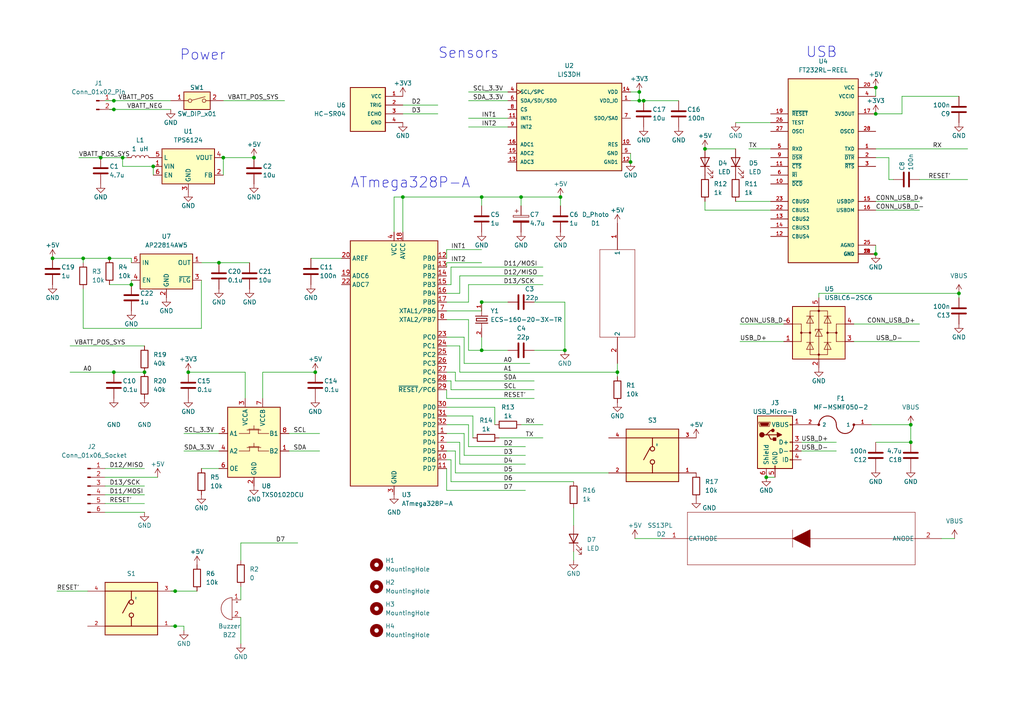
<source format=kicad_sch>
(kicad_sch (version 20230121) (generator eeschema)
  (paper "A4")
  (junction (at 73.66 45.72))
  (junction (at 254 33.02))
  (junction (at 222.25 138.43))
  (junction (at 185.42 29.21))
  (junction (at 179.07 107.95))
  (junction (at 182.88 46.99))
  (junction (at 151.13 57.15))
  (junction (at 185.42 26.67))
  (junction (at 35.56 45.72))
  (junction (at 33.02 31.75))
  (junction (at 162.56 57.15))
  (junction (at 33.02 107.95))
  (junction (at 33.02 29.21))
  (junction (at 204.47 43.18))
  (junction (at 186.69 29.21))
  (junction (at 41.91 107.95))
  (junction (at 31.75 74.93))
  (junction (at 15.24 74.93))
  (junction (at 54.61 107.95))
  (junction (at 139.7 87.63))
  (junction (at 139.7 101.6))
  (junction (at 254 73.66))
  (junction (at 64.77 45.72))
  (junction (at 50.8 171.45))
  (junction (at 24.13 74.93))
  (junction (at 29.21 45.72))
  (junction (at 63.5 76.2))
  (junction (at 278.13 85.09))
  (junction (at 50.8 181.61))
  (junction (at 44.45 48.26))
  (junction (at 254 25.4))
  (junction (at 264.16 123.19))
  (junction (at 264.16 128.27))
  (junction (at 163.83 101.6))
  (junction (at 91.44 107.95))
  (junction (at 38.1 82.55))
  (junction (at 116.84 57.15))
  (junction (at 139.7 57.15))
  (wire (pts (xy 139.7 90.17) (xy 139.7 87.63)))
  (wire (pts (xy 24.13 74.93) (xy 31.75 74.93)))
  (wire (pts (xy 129.54 135.89) (xy 129.54 142.24)))
  (wire (pts (xy 30.48 29.21) (xy 33.02 29.21)))
  (wire (pts (xy 143.51 118.11) (xy 129.54 118.11)))
  (wire (pts (xy 29.21 45.72) (xy 35.56 45.72)))
  (wire (pts (xy 33.02 31.75) (xy 49.53 31.75)))
  (wire (pts (xy 182.88 29.21) (xy 185.42 29.21)))
  (wire (pts (xy 261.62 33.02) (xy 261.62 27.94)))
  (wire (pts (xy 163.83 87.63) (xy 163.83 101.6)))
  (wire (pts (xy 31.75 74.93) (xy 38.1 74.93)))
  (wire (pts (xy 254 43.18) (xy 280.67 43.18)))
  (wire (pts (xy 129.54 115.57) (xy 154.94 115.57)))
  (wire (pts (xy 69.85 170.18) (xy 69.85 173.99)))
  (wire (pts (xy 33.02 29.21) (xy 49.53 29.21)))
  (wire (pts (xy 35.56 45.72) (xy 35.56 48.26)))
  (wire (pts (xy 254 33.02) (xy 261.62 33.02)))
  (wire (pts (xy 254 25.4) (xy 254 27.94)))
  (wire (pts (xy 237.49 85.09) (xy 278.13 85.09)))
  (wire (pts (xy 130.81 110.49) (xy 129.54 110.49)))
  (wire (pts (xy 58.42 81.28) (xy 58.42 95.25)))
  (wire (pts (xy 214.63 99.06) (xy 227.33 99.06)))
  (wire (pts (xy 242.57 130.81) (xy 232.41 130.81)))
  (wire (pts (xy 134.62 132.08) (xy 152.4 132.08)))
  (wire (pts (xy 69.85 162.56) (xy 69.85 157.48)))
  (wire (pts (xy 130.81 77.47) (xy 157.48 77.47)))
  (wire (pts (xy 91.44 107.95) (xy 76.2 107.95)))
  (wire (pts (xy 114.3 57.15) (xy 114.3 67.31)))
  (wire (pts (xy 266.7 52.07) (xy 280.67 52.07)))
  (wire (pts (xy 213.36 58.42) (xy 223.52 58.42)))
  (wire (pts (xy 135.89 36.83) (xy 147.32 36.83)))
  (wire (pts (xy 114.3 57.15) (xy 116.84 57.15)))
  (wire (pts (xy 50.8 181.61) (xy 49.53 181.61)))
  (wire (pts (xy 130.81 113.03) (xy 154.94 113.03)))
  (wire (pts (xy 135.89 92.71) (xy 135.89 101.6)))
  (wire (pts (xy 130.81 82.55) (xy 129.54 82.55)))
  (wire (pts (xy 214.63 93.98) (xy 227.33 93.98)))
  (wire (pts (xy 71.12 115.57) (xy 71.12 107.95)))
  (wire (pts (xy 264.16 123.19) (xy 264.16 128.27)))
  (wire (pts (xy 129.54 130.81) (xy 132.08 130.81)))
  (wire (pts (xy 151.13 57.15) (xy 162.56 57.15)))
  (wire (pts (xy 53.34 125.73) (xy 63.5 125.73)))
  (wire (pts (xy 276.86 156.21) (xy 273.05 156.21)))
  (wire (pts (xy 129.54 125.73) (xy 134.62 125.73)))
  (wire (pts (xy 204.47 60.96) (xy 204.47 58.42)))
  (wire (pts (xy 58.42 135.89) (xy 63.5 135.89)))
  (wire (pts (xy 278.13 85.09) (xy 278.13 86.36)))
  (wire (pts (xy 151.13 57.15) (xy 151.13 59.69)))
  (wire (pts (xy 217.17 43.18) (xy 223.52 43.18)))
  (wire (pts (xy 44.45 48.26) (xy 44.45 50.8)))
  (wire (pts (xy 222.25 138.43) (xy 224.79 138.43)))
  (wire (pts (xy 257.81 52.07) (xy 257.81 45.72)))
  (wire (pts (xy 35.56 45.72) (xy 36.83 45.72)))
  (wire (pts (xy 129.54 87.63) (xy 135.89 87.63)))
  (wire (pts (xy 186.69 29.21) (xy 196.85 29.21)))
  (wire (pts (xy 129.54 76.2) (xy 139.7 76.2)))
  (wire (pts (xy 133.35 80.01) (xy 157.48 80.01)))
  (wire (pts (xy 151.13 123.19) (xy 157.48 123.19)))
  (wire (pts (xy 24.13 83.82) (xy 24.13 95.25)))
  (wire (pts (xy 83.82 125.73) (xy 92.71 125.73)))
  (wire (pts (xy 35.56 48.26) (xy 44.45 48.26)))
  (wire (pts (xy 24.13 76.2) (xy 24.13 74.93)))
  (wire (pts (xy 154.94 87.63) (xy 163.83 87.63)))
  (wire (pts (xy 135.89 26.67) (xy 147.32 26.67)))
  (wire (pts (xy 58.42 76.2) (xy 63.5 76.2)))
  (wire (pts (xy 134.62 125.73) (xy 134.62 132.08)))
  (wire (pts (xy 116.84 30.48) (xy 127 30.48)))
  (wire (pts (xy 116.84 57.15) (xy 116.84 67.31)))
  (wire (pts (xy 135.89 34.29) (xy 147.32 34.29)))
  (wire (pts (xy 133.35 107.95) (xy 179.07 107.95)))
  (wire (pts (xy 15.24 74.93) (xy 24.13 74.93)))
  (wire (pts (xy 20.32 107.95) (xy 33.02 107.95)))
  (wire (pts (xy 129.54 74.93) (xy 129.54 72.39)))
  (wire (pts (xy 30.48 146.05) (xy 41.91 146.05)))
  (wire (pts (xy 182.88 26.67) (xy 185.42 26.67)))
  (wire (pts (xy 132.08 130.81) (xy 132.08 137.16)))
  (wire (pts (xy 64.77 45.72) (xy 73.66 45.72)))
  (wire (pts (xy 76.2 107.95) (xy 76.2 115.57)))
  (wire (pts (xy 116.84 33.02) (xy 127 33.02)))
  (wire (pts (xy 33.02 107.95) (xy 41.91 107.95)))
  (wire (pts (xy 232.41 128.27) (xy 242.57 128.27)))
  (wire (pts (xy 129.54 128.27) (xy 133.35 128.27)))
  (wire (pts (xy 63.5 76.2) (xy 72.39 76.2)))
  (wire (pts (xy 129.54 115.57) (xy 129.54 113.03)))
  (wire (pts (xy 133.35 134.62) (xy 152.4 134.62)))
  (wire (pts (xy 130.81 113.03) (xy 130.81 110.49)))
  (wire (pts (xy 134.62 105.41) (xy 153.67 105.41)))
  (wire (pts (xy 135.89 101.6) (xy 139.7 101.6)))
  (wire (pts (xy 264.16 128.27) (xy 254 128.27)))
  (wire (pts (xy 130.81 77.47) (xy 130.81 82.55)))
  (wire (pts (xy 185.42 29.21) (xy 186.69 29.21)))
  (wire (pts (xy 133.35 128.27) (xy 133.35 134.62)))
  (wire (pts (xy 261.62 27.94) (xy 278.13 27.94)))
  (wire (pts (xy 254 71.12) (xy 254 73.66)))
  (wire (pts (xy 166.37 147.32) (xy 166.37 152.4)))
  (wire (pts (xy 53.34 181.61) (xy 53.34 182.88)))
  (wire (pts (xy 64.77 45.72) (xy 64.77 50.8)))
  (wire (pts (xy 254 60.96) (xy 266.7 60.96)))
  (wire (pts (xy 53.34 130.81) (xy 63.5 130.81)))
  (wire (pts (xy 130.81 139.7) (xy 166.37 139.7)))
  (wire (pts (xy 139.7 101.6) (xy 147.32 101.6)))
  (wire (pts (xy 179.07 107.95) (xy 179.07 109.22)))
  (wire (pts (xy 38.1 74.93) (xy 38.1 76.2)))
  (wire (pts (xy 133.35 100.33) (xy 129.54 100.33)))
  (wire (pts (xy 204.47 43.18) (xy 213.36 43.18)))
  (wire (pts (xy 116.84 57.15) (xy 139.7 57.15)))
  (wire (pts (xy 129.54 142.24) (xy 152.4 142.24)))
  (wire (pts (xy 129.54 120.65) (xy 137.16 120.65)))
  (wire (pts (xy 252.73 123.19) (xy 264.16 123.19)))
  (wire (pts (xy 184.15 156.21) (xy 191.77 156.21)))
  (wire (pts (xy 135.89 82.55) (xy 157.48 82.55)))
  (wire (pts (xy 30.48 148.59) (xy 41.91 148.59)))
  (wire (pts (xy 129.54 90.17) (xy 139.7 90.17)))
  (wire (pts (xy 135.89 29.21) (xy 147.32 29.21)))
  (wire (pts (xy 139.7 57.15) (xy 151.13 57.15)))
  (wire (pts (xy 30.48 138.43) (xy 45.72 138.43)))
  (wire (pts (xy 24.13 95.25) (xy 58.42 95.25)))
  (wire (pts (xy 54.61 107.95) (xy 71.12 107.95)))
  (wire (pts (xy 69.85 179.07) (xy 69.85 186.69)))
  (wire (pts (xy 30.48 140.97) (xy 41.91 140.97)))
  (wire (pts (xy 237.49 86.36) (xy 237.49 85.09)))
  (wire (pts (xy 64.77 29.21) (xy 82.55 29.21)))
  (wire (pts (xy 133.35 80.01) (xy 133.35 85.09)))
  (wire (pts (xy 132.08 110.49) (xy 132.08 107.95)))
  (wire (pts (xy 57.15 171.45) (xy 50.8 171.45)))
  (wire (pts (xy 49.53 171.45) (xy 50.8 171.45)))
  (wire (pts (xy 129.54 77.47) (xy 129.54 76.2)))
  (wire (pts (xy 90.17 74.93) (xy 99.06 74.93)))
  (wire (pts (xy 129.54 72.39) (xy 139.7 72.39)))
  (wire (pts (xy 30.48 143.51) (xy 41.91 143.51)))
  (wire (pts (xy 16.51 171.45) (xy 25.4 171.45)))
  (wire (pts (xy 185.42 29.21) (xy 185.42 26.67)))
  (wire (pts (xy 132.08 107.95) (xy 129.54 107.95)))
  (wire (pts (xy 139.7 57.15) (xy 139.7 59.69)))
  (wire (pts (xy 134.62 97.79) (xy 134.62 105.41)))
  (wire (pts (xy 130.81 133.35) (xy 130.81 139.7)))
  (wire (pts (xy 53.34 181.61) (xy 50.8 181.61)))
  (wire (pts (xy 139.7 87.63) (xy 147.32 87.63)))
  (wire (pts (xy 204.47 60.96) (xy 223.52 60.96)))
  (wire (pts (xy 257.81 52.07) (xy 259.08 52.07)))
  (wire (pts (xy 22.86 45.72) (xy 29.21 45.72)))
  (wire (pts (xy 139.7 97.79) (xy 139.7 101.6)))
  (wire (pts (xy 135.89 87.63) (xy 135.89 82.55)))
  (wire (pts (xy 129.54 123.19) (xy 135.89 123.19)))
  (wire (pts (xy 132.08 137.16) (xy 176.53 137.16)))
  (wire (pts (xy 254 58.42) (xy 266.7 58.42)))
  (wire (pts (xy 137.16 120.65) (xy 137.16 127)))
  (wire (pts (xy 162.56 57.15) (xy 162.56 59.69)))
  (wire (pts (xy 182.88 44.45) (xy 182.88 46.99)))
  (wire (pts (xy 247.65 99.06) (xy 266.7 99.06)))
  (wire (pts (xy 38.1 81.28) (xy 38.1 82.55)))
  (wire (pts (xy 247.65 93.98) (xy 266.7 93.98)))
  (wire (pts (xy 257.81 45.72) (xy 254 45.72)))
  (wire (pts (xy 135.89 129.54) (xy 152.4 129.54)))
  (wire (pts (xy 69.85 157.48) (xy 86.36 157.48)))
  (wire (pts (xy 132.08 110.49) (xy 154.94 110.49)))
  (wire (pts (xy 30.48 135.89) (xy 41.91 135.89)))
  (wire (pts (xy 129.54 97.79) (xy 134.62 97.79)))
  (wire (pts (xy 143.51 118.11) (xy 143.51 123.19)))
  (wire (pts (xy 133.35 100.33) (xy 133.35 107.95)))
  (wire (pts (xy 135.89 123.19) (xy 135.89 129.54)))
  (wire (pts (xy 179.07 107.95) (xy 179.07 105.41)))
  (wire (pts (xy 166.37 160.02) (xy 166.37 162.56)))
  (wire (pts (xy 83.82 130.81) (xy 92.71 130.81)))
  (wire (pts (xy 133.35 85.09) (xy 129.54 85.09)))
  (wire (pts (xy 31.75 31.75) (xy 33.02 31.75)))
  (wire (pts (xy 154.94 101.6) (xy 163.83 101.6)))
  (wire (pts (xy 129.54 133.35) (xy 130.81 133.35)))
  (wire (pts (xy 144.78 127) (xy 157.48 127)))
  (wire (pts (xy 31.75 82.55) (xy 38.1 82.55)))
  (wire (pts (xy 129.54 92.71) (xy 135.89 92.71)))
  (wire (pts (xy 20.32 100.33) (xy 41.91 100.33)))
  (wire (pts (xy 213.36 35.56) (xy 223.52 35.56)))
  (text "ATmega328P-A\n\n" (at 101.6 59.69 0) (effects (font (size 3 3)) (justify left bottom)))
  (text "Sensors\n\n\n\n" (at 127 31.75 0) (effects (font (size 3 3)) (justify left bottom)))
  (text "Power\n" (at 52.07 17.78 0) (effects (font (size 3 3)) (justify left bottom)))
  (text "USB\n\n\n" (at 233.68 26.67 0) (effects (font (size 3 3)) (justify left bottom)))
  (label "D12{slash}MISO" (at 31.75 135.89 0))
  (label "D3" (at 146.05 132.08 0))
  (label "RX" (at 152.4 123.19 0))
  (label "D13{slash}SCK" (at 31.75 140.97 0))
  (label "SCL" (at 146.05 113.03 0))
  (label "D4" (at 146.05 134.62 0))
  (label "D7" (at 80.01 157.48 0))
  (label "INT1" (at 130.81 72.39 0))
  (label "SDA" (at 146.05 110.49 0))
  (label "SCL_3.3V" (at 53.34 125.73 0))
  (label "D7" (at 146.05 142.24 0))
  (label "D11{slash}MOSI" (at 146.05 77.47 0))
  (label "D6" (at 146.05 139.7 0))
  (label "VBATT_POS_SYS" (at 22.86 45.72 0))
  (label "D2" (at 119.38 30.48 0))
  (label "RESET'" (at 31.75 146.05 0))
  (label "USB_D-" (at 232.41 130.81 0))
  (label "CONN_USB_D-" (at 214.63 93.98 0))
  (label "A0" (at 146.05 105.41 0))
  (label "D12{slash}MISO" (at 146.05 80.01 0))
  (label "D11{slash}MOSI" (at 31.75 143.51 0))
  (label "TX" (at 152.4 127 0))
  (label "VBATT_POS" (at 34.29 29.21 0))
  (label "USB_D+" (at 214.63 99.06 0))
  (label "USB_D-" (at 254 99.06 0))
  (label "A0" (at 24.13 107.95 0))
  (label "SCL" (at 85.09 125.73 0))
  (label "D2" (at 146.05 129.54 0))
  (label "VBATT_POS_SYS" (at 66.04 29.21 0))
  (label "D13{slash}SCK" (at 146.05 82.55 0))
  (label "A1" (at 146.05 107.95 0))
  (label "INT2" (at 139.7 36.83 0))
  (label "SCL_3.3V" (at 137.16 26.67 0))
  (label "D5" (at 146.05 137.16 0))
  (label "CONN_USB_D-" (at 254 60.96 0))
  (label "SDA" (at 85.09 130.81 0))
  (label "SDA_3.3V" (at 137.16 29.21 0))
  (label "INT1" (at 139.7 34.29 0))
  (label "VBATT_POS_SYS" (at 21.59 100.33 0))
  (label "RESET'" (at 16.51 171.45 0))
  (label "VBATT_NEG" (at 36.83 31.75 0))
  (label "INT2" (at 130.81 76.2 0))
  (label "TX" (at 217.17 43.18 0))
  (label "USB_D+" (at 232.41 128.27 0))
  (label "CONN_USB_D+" (at 254 58.42 0))
  (label "RESET'" (at 269.24 52.07 0))
  (label "RX" (at 270.51 43.18 0))
  (label "SDA_3.3V" (at 53.34 130.81 0))
  (label "CONN_USB_D+" (at 251.46 93.98 0))
  (label "D3" (at 119.38 33.02 0))
  (label "RESET'" (at 146.05 115.57 0))
  (symbol (lib_id "power:GND") (at 179.07 116.84 0) (unit 1)
    (property "Reference" "#PWR03" (effects hide))
    (property "Value" "GND" (at 179.07 120.65 0))
  )
  (symbol (lib_id "power:GND") (at 213.36 35.56 0) (unit 1)
    (property "Reference" "#PWR028" (effects hide))
    (property "Value" "GND" (at 213.36 39.37 0))
  )
  (symbol (lib_id "power:GND") (at 254 135.89 0) (unit 1)
    (property "Reference" "#PWR012" (effects hide))
    (property "Value" "GND" (at 254 139.7 0))
  )
  (symbol (lib_id "Device:R") (at 31.75 78.74 180) (unit 1)
    (property "Reference" "R4" (at 34.29 77.47 0) (effects (justify right)))
    (property "Value" "10k" (at 34.29 80.01 0) (effects (justify right)))
    (property "Footprint" "Resistor_SMD:R_0603_1608Metric" (effects hide))
  )
  (symbol (lib_id "SS13PL:SS1P3L-M3_84A") (at 191.77 156.21 0) (unit 1)
    (property "Reference" "D2" (at 191.77 154.94 0))
    (property "Value" "SS13PL" (at 191.4525 152.4 0))
    (property "Footprint" "SS13PL:DIODE_SS1P3L-M3&slash_84A_VIS-L" (effects hide))
    (property "Datasheet" "SS1P3L-M3/84A" (effects hide))
  )
  (symbol (lib_id "power:GND") (at 15.24 82.55 0) (unit 1)
    (property "Reference" "#PWR033" (effects hide))
    (property "Value" "GND" (at 15.24 86.36 0))
  )
  (symbol (lib_id "Device:C") (at 151.13 101.6 270) (unit 1)
    (property "Reference" "C4" (at 149.86 95.25 90) (effects (justify left)))
    (property "Value" "22p" (at 149.86 97.79 90) (effects (justify left)))
    (property "Footprint" "Capacitor_SMD:C_0603_1608Metric" (effects hide))
  )
  (symbol (lib_id "Device:R") (at 24.13 80.01 180) (unit 1)
    (property "Reference" "R3" (at 26.67 78.74 0) (effects (justify right)))
    (property "Value" "10k" (at 26.67 81.28 0) (effects (justify right)))
    (property "Footprint" "Resistor_SMD:R_0603_1608Metric" (effects hide))
  )
  (symbol (lib_id "power:GND") (at 116.84 35.56 0) (unit 1)
    (property "Reference" "#PWR044" (effects hide))
    (property "Value" "GND" (at 116.84 39.37 0))
  )
  (symbol (lib_id "power:GND") (at 53.34 182.88 0) (unit 1)
    (property "Reference" "#PWR020" (effects hide))
    (property "Value" "GND" (at 53.34 186.69 0))
  )
  (symbol (lib_id "power:+5V") (at 73.66 45.72 0) (unit 1)
    (property "Reference" "#PWR08" (effects hide))
    (property "Value" "+5V" (at 73.66 41.91 0))
  )
  (symbol (lib_id "Device:LED") (at 204.47 46.99 90) (unit 1)
    (property "Reference" "D4" (at 208.28 47.3075 90) (effects (justify right)))
    (property "Value" "LED" (at 208.28 49.8475 90) (effects (justify right)))
    (property "Footprint" "LED_SMD:LED_0402_1005Metric" (effects hide))
  )
  (symbol (lib_id "power:+3V3") (at 116.84 27.94 0) (unit 1)
    (property "Reference" "#PWR043" (effects hide))
    (property "Value" "+3V3" (at 116.84 24.13 0))
  )
  (symbol (lib_id "power:GND") (at 29.21 53.34 0) (unit 1)
    (property "Reference" "#PWR06" (effects hide))
    (property "Value" "GND" (at 29.21 57.15 0))
  )
  (symbol (lib_id "power:GND") (at 278.13 35.56 0) (unit 1)
    (property "Reference" "#PWR031" (effects hide))
    (property "Value" "GND" (at 278.13 39.37 0))
  )
  (symbol (lib_id "Device:R") (at 41.91 104.14 180) (unit 1)
    (property "Reference" "R19" (at 44.45 102.87 0) (effects (justify right)))
    (property "Value" "40k" (at 44.45 105.41 0) (effects (justify right)))
    (property "Footprint" "Resistor_SMD:R_0603_1608Metric" (effects hide))
  )
  (symbol (lib_id "Device:C") (at 15.24 78.74 0) (unit 1)
    (property "Reference" "C19" (at 17.78 77.47 0) (effects (justify left)))
    (property "Value" "1u" (at 17.78 80.01 0) (effects (justify left)))
    (property "Footprint" "Capacitor_SMD:C_0603_1608Metric" (effects hide))
  )
  (symbol (lib_id "Mechanical:MountingHole") (at 109.22 182.88 0) (unit 1)
    (property "Reference" "H4" (at 111.76 181.61 0) (effects (justify left)))
    (property "Value" "MountingHole" (at 111.76 184.15 0) (effects (justify left)))
    (property "Footprint" "MountingHole:MountingHole_2.1mm" (effects hide))
  )
  (symbol (lib_id "Connector:Conn_01x02_Pin") (at 27.94 29.21 0) (unit 1)
    (property "Reference" "J1" (at 28.575 24.13 0))
    (property "Value" "Conn_01x02_Pin" (at 28.575 26.67 0))
    (property "Footprint" "Connector_AMASS:AMASS_XT30UPB-M_1x02_P5.0mm_Vertical" (effects hide))
  )
  (symbol (lib_id "power:+5V") (at 162.56 57.15 0) (unit 1)
    (property "Reference" "#PWR037" (effects hide))
    (property "Value" "+5V" (at 162.56 53.34 0))
  )
  (symbol (lib_id "power:GND") (at 33.02 115.57 0) (unit 1)
    (property "Reference" "#PWR045" (effects hide))
    (property "Value" "GND" (at 33.02 123.19 0))
  )
  (symbol (lib_id "Device:R") (at 213.36 54.61 180) (unit 1)
    (property "Reference" "R11" (at 215.9 53.34 0) (effects (justify right)))
    (property "Value" "1k" (at 215.9 55.88 0) (effects (justify right)))
    (property "Footprint" "Resistor_SMD:R_0603_1608Metric" (effects hide))
  )
  (symbol (lib_id "Device:C") (at 162.56 63.5 0) (unit 1)
    (property "Reference" "C6" (at 165.1 62.23 0) (effects (justify left)))
    (property "Value" "1u" (at 165.1 64.77 0) (effects (justify left)))
    (property "Footprint" "Capacitor_SMD:C_0603_1608Metric" (effects hide))
  )
  (symbol (lib_id "power:+5V") (at 57.15 163.83 0) (unit 1)
    (property "Reference" "#PWR019" (effects hide))
    (property "Value" "+5V" (at 57.15 160.02 0))
  )
  (symbol (lib_id "Regulator_Switching:TPS61221DCK") (at 54.61 48.26 0) (unit 1)
    (property "Reference" "U1" (at 54.61 38.1 0))
    (property "Value" "TPS6124" (at 54.61 40.64 0))
    (property "Footprint" "Package_SON:WSON-6-1EP_2x2mm_P0.65mm_EP1x1.6mm" (effects hide))
    (property "Datasheet" "https://www.ti.com/lit/ds/symlink/tps61241.pdf?ts=1730698253949" (effects hide))
  )
  (symbol (lib_id "Device:C") (at 63.5 80.01 0) (unit 1)
    (property "Reference" "C20" (at 66.04 78.74 0) (effects (justify left)))
    (property "Value" "0.1u" (at 66.04 81.28 0) (effects (justify left)))
    (property "Footprint" "Capacitor_SMD:C_0603_1608Metric" (effects hide))
  )
  (symbol (lib_id "power:GND") (at 114.3 143.51 0) (unit 1)
    (property "Reference" "#PWR021" (effects hide))
    (property "Value" "GND" (at 114.3 148.59 0))
  )
  (symbol (lib_id "power:+5V") (at 179.07 64.77 0) (unit 1)
    (property "Reference" "#PWR02" (effects hide))
    (property "Value" "+5V" (at 179.07 60.96 0))
  )
  (symbol (lib_id "power:VBUS") (at 276.86 156.21 0) (unit 1)
    (property "Reference" "#PWR054" (effects hide))
    (property "Value" "VBUS" (at 276.86 151.13 0))
  )
  (symbol (lib_id "power:+3V3") (at 254 33.02 0) (unit 1)
    (property "Reference" "#PWR030" (effects hide))
    (property "Value" "+3V3" (at 254 29.21 0))
  )
  (symbol (lib_id "power:GND") (at 38.1 90.17 0) (unit 1)
    (property "Reference" "#PWR057" (effects hide))
    (property "Value" "GND" (at 38.1 93.98 0))
  )
  (symbol (lib_id "Device:R") (at 41.91 111.76 180) (unit 1)
    (property "Reference" "R20" (at 44.45 110.49 0) (effects (justify right)))
    (property "Value" "40k" (at 44.45 113.03 0) (effects (justify right)))
    (property "Footprint" "Resistor_SMD:R_0603_1608Metric" (effects hide))
  )
  (symbol (lib_id "Device:C") (at 151.13 87.63 90) (unit 1)
    (property "Reference" "C3" (at 154.94 83.82 90) (effects (justify left)))
    (property "Value" "22p" (at 156.21 86.36 90) (effects (justify left)))
    (property "Footprint" "Capacitor_SMD:C_0603_1608Metric" (effects hide))
  )
  (symbol (lib_id "power:+3V3") (at 54.61 107.95 0) (unit 1)
    (property "Reference" "#PWR050" (effects hide))
    (property "Value" "+3V3" (at 54.61 104.14 0))
  )
  (symbol (lib_id "Device:R") (at 147.32 123.19 270) (unit 1)
    (property "Reference" "R13" (at 147.32 118.11 90))
    (property "Value" "1k" (at 147.32 120.65 90))
    (property "Footprint" "Resistor_SMD:R_0603_1608Metric" (effects hide))
  )
  (symbol (lib_id "Device:C") (at 90.17 78.74 0) (unit 1)
    (property "Reference" "C11" (at 92.71 77.47 0) (effects (justify left)))
    (property "Value" "100n" (at 92.71 80.01 0) (effects (justify left)))
    (property "Footprint" "Capacitor_SMD:C_0603_1608Metric" (effects hide))
  )
  (symbol (lib_id "Device:C") (at 29.21 49.53 0) (unit 1)
    (property "Reference" "C1" (at 31.75 48.26 0) (effects (justify left)))
    (property "Value" "4.7u" (at 31.75 50.8 0) (effects (justify left)))
    (property "Footprint" "Capacitor_SMD:C_0603_1608Metric" (effects hide))
  )
  (symbol (lib_id "power:GND") (at 182.88 46.99 0) (unit 1)
    (property "Reference" "#PWR04" (effects hide))
    (property "Value" "GND" (at 182.88 50.8 0))
  )
  (symbol (lib_id "Device:C") (at 264.16 132.08 180) (unit 1)
    (property "Reference" "C18" (at 261.62 133.35 0) (effects (justify left)))
    (property "Value" "4.7u" (at 261.62 130.81 0) (effects (justify left)))
    (property "Footprint" "Capacitor_SMD:C_0603_1608Metric" (effects hide))
  )
  (symbol (lib_id "Device:C") (at 139.7 63.5 0) (unit 1)
    (property "Reference" "C5" (at 142.24 62.23 0) (effects (justify left)))
    (property "Value" "1u" (at 142.24 64.77 0) (effects (justify left)))
    (property "Footprint" "Capacitor_SMD:C_0603_1608Metric" (effects hide))
  )
  (symbol (lib_id "power:+3V3") (at 185.42 26.67 0) (unit 1)
    (property "Reference" "#PWR05" (effects hide))
    (property "Value" "+3V3" (at 185.42 22.86 0))
  )
  (symbol (lib_id "Logic_LevelTranslator:TXS0102DCU") (at 73.66 128.27 0) (unit 1)
    (property "Reference" "U8" (at 75.8541 140.97 0) (effects (justify left)))
    (property "Value" "TXS0102DCU" (at 75.8541 143.51 0) (effects (justify left)))
    (property "Footprint" "Package_SO:VSSOP-8_2.3x2mm_P0.5mm" (effects hide))
    (property "Datasheet" "http://www.ti.com/lit/gpn/txs0102" (effects hide))
  )
  (symbol (lib_id "Power_Protection:USBLC6-2SC6") (at 237.49 96.52 0) (unit 1)
    (property "Reference" "U5" (at 239.1411 83.82 0) (effects (justify left)))
    (property "Value" "USBLC6-2SC6" (at 239.1411 86.36 0) (effects (justify left)))
    (property "Footprint" "Package_TO_SOT_SMD:SOT-23-6" (effects hide))
    (property "Datasheet" "https://www.st.com/resource/en/datasheet/usblc6-2.pdf" (effects hide))
  )
  (symbol (lib_id "Power_Management:AP22814AW5") (at 48.26 78.74 0) (unit 1)
    (property "Reference" "U7" (at 48.26 68.58 0))
    (property "Value" "AP22814AW5" (at 48.26 71.12 0))
    (property "Footprint" "Package_TO_SOT_SMD:SOT-23-5" (effects hide))
    (property "Datasheet" "https://www.diodes.com/assets/Datasheets/AP22804_14.pdf" (effects hide))
  )
  (symbol (lib_id "Device:C") (at 91.44 111.76 0) (unit 1)
    (property "Reference" "C14" (at 93.98 110.49 0) (effects (justify left)))
    (property "Value" "0.1u" (at 93.98 113.03 0) (effects (justify left)))
    (property "Footprint" "Capacitor_SMD:C_0603_1608Metric" (effects hide))
  )
  (symbol (lib_id "power:GND") (at 139.7 67.31 0) (unit 1)
    (property "Reference" "#PWR022" (effects hide))
    (property "Value" "GND" (at 139.7 71.12 0))
  )
  (symbol (lib_id "power:GND") (at 69.85 186.69 0) (unit 1)
    (property "Reference" "#PWR042" (effects hide))
    (property "Value" "GND" (at 69.85 190.5 0))
  )
  (symbol (lib_id "power:+5V") (at 254 25.4 0) (unit 1)
    (property "Reference" "#PWR027" (effects hide))
    (property "Value" "+5V" (at 254 21.59 0))
  )
  (symbol (lib_id "Device:C") (at 186.69 33.02 0) (unit 1)
    (property "Reference" "C17" (at 189.23 31.75 0) (effects (justify left)))
    (property "Value" "10u" (at 189.23 34.29 0) (effects (justify left)))
    (property "Footprint" "Capacitor_SMD:C_0603_1608Metric" (effects hide))
  )
  (symbol (lib_id "power:+5V") (at 91.44 107.95 0) (unit 1)
    (property "Reference" "#PWR051" (effects hide))
    (property "Value" "+5V" (at 91.44 104.14 0))
  )
  (symbol (lib_id "Device:C_Polarized") (at 151.13 63.5 0) (unit 1)
    (property "Reference" "C7" (at 153.67 62.23 0) (effects (justify left)))
    (property "Value" "4.7u" (at 153.67 64.77 0) (effects (justify left)))
    (property "Footprint" "Capacitor_SMD:C_0603_1608Metric" (effects hide))
  )
  (symbol (lib_id "Device:Buzzer") (at 67.31 176.53 0) (mirror y) (unit 1)
    (property "Reference" "BZ2" (at 66.5549 184.15 0))
    (property "Value" "Buzzer" (at 66.5549 181.61 0))
    (property "Footprint" "Buzzer_Beeper:Buzzer_12x9.5RM7.6" (effects hide))
  )
  (symbol (lib_id "power:GND") (at 63.5 83.82 0) (unit 1)
    (property "Reference" "#PWR034" (effects hide))
    (property "Value" "GND" (at 63.5 87.63 0))
  )
  (symbol (lib_id "LIS3DH:LIS3DH") (at 165.1 36.83 0) (unit 1)
    (property "Reference" "U2" (at 165.1 19.05 0))
    (property "Value" "LIS3DH" (at 165.1 21.59 0))
    (property "Footprint" "LIS3DH:PQFN50P300X300X100-16N" (effects hide))
    (property "MF" "STMicroelectronics" (effects hide))
    (property "Description" "                                                      Accelerometer X, Y, Z Axis ±2g, 4g, 8g, 16g 0.5Hz ~ 625Hz 16-LGA (3x3)                          " (effects hide))
    (property "Package" "LGA-16 STMicroelectronics" (effects hide))
    (property "Price" "None" (effects hide))
    (property "Check_prices" "https://www.snapeda.com/parts/LIS3DH/STMicroelectronics/view-part/?ref=eda" (effects hide))
    (property "SnapEDA_Link" "https://www.snapeda.com/parts/LIS3DH/STMicroelectronics/view-part/?ref=snap" (effects hide))
    (property "MP" "LIS3DH" (effects hide))
    (property "Availability" "In Stock" (effects hide))
    (property "MANUFACTURER" "STMicroelectronics" (effects hide))
  )
  (symbol (lib_id "Device:R") (at 201.93 140.97 180) (unit 1)
    (property "Reference" "R17" (at 204.47 139.7 0) (effects (justify right)))
    (property "Value" "10k" (at 204.47 142.24 0) (effects (justify right)))
    (property "Footprint" "Resistor_SMD:R_0603_1608Metric" (effects hide))
  )
  (symbol (lib_id "power:GND") (at 254 73.66 0) (unit 1)
    (property "Reference" "#PWR029" (effects hide))
    (property "Value" "GND" (at 254 77.47 0))
  )
  (symbol (lib_id "Mechanical:MountingHole") (at 109.22 176.53 0) (unit 1)
    (property "Reference" "H3" (at 111.76 175.26 0) (effects (justify left)))
    (property "Value" "MountingHole" (at 111.76 177.8 0) (effects (justify left)))
    (property "Footprint" "MountingHole:MountingHole_2.1mm" (effects hide))
  )
  (symbol (lib_id "Device:C") (at 38.1 86.36 0) (unit 1)
    (property "Reference" "C22" (at 40.64 85.09 0) (effects (justify left)))
    (property "Value" "1u" (at 40.64 87.63 0) (effects (justify left)))
    (property "Footprint" "Capacitor_SMD:C_0603_1608Metric" (effects hide))
  )
  (symbol (lib_id "power:GND") (at 49.53 31.75 0) (unit 1)
    (property "Reference" "#PWR01" (effects hide))
    (property "Value" "GND" (at 49.53 35.56 0))
  )
  (symbol (lib_id "power:GND") (at 73.66 140.97 0) (unit 1)
    (property "Reference" "#PWR048" (effects hide))
    (property "Value" "GND" (at 73.66 144.78 0))
  )
  (symbol (lib_id "power:+5V") (at 15.24 74.93 0) (unit 1)
    (property "Reference" "#PWR014" (effects hide))
    (property "Value" "+5V" (at 15.24 71.12 0))
  )
  (symbol (lib_id "power:GND") (at 72.39 83.82 0) (unit 1)
    (property "Reference" "#PWR035" (effects hide))
    (property "Value" "GND" (at 72.39 87.63 0))
  )
  (symbol (lib_id "power:+5V") (at 184.15 156.21 0) (unit 1)
    (property "Reference" "#PWR055" (effects hide))
    (property "Value" "+5V" (at 184.15 152.4 0))
  )
  (symbol (lib_id "Device:LED") (at 213.36 46.99 90) (unit 1)
    (property "Reference" "D5" (at 217.17 47.3075 90) (effects (justify right)))
    (property "Value" "LED" (at 217.17 49.8475 90) (effects (justify right)))
    (property "Footprint" "LED_SMD:LED_0402_1005Metric" (effects hide))
  )
  (symbol (lib_id "power:GND") (at 162.56 67.31 0) (unit 1)
    (property "Reference" "#PWR024" (effects hide))
    (property "Value" "GND" (at 162.56 71.12 0))
  )
  (symbol (lib_id "FT232RL-REEL:FT232RL-REEL") (at 238.76 50.8 0) (unit 1)
    (property "Reference" "U4" (at 238.76 17.78 0))
    (property "Value" "FT232RL-REEL" (at 238.76 20.32 0))
    (property "Footprint" "FT232RL-REEL:SOP65P780X200-28N" (effects hide))
    (property "MF" "FTDI," (effects hide))
    (property "Description" "\n                        \n                            USB Controller, 3MBd, USB2.0, 1.8 - 5.25 V, 28-Pin SSOP, USBmadeEZ-UART Series | FTDI FT232RL-REEL\n                        \n" (effects hide))
    (property "Package" "SSOP-28 FTDI" (effects hide))
    (property "Price" "None" (effects hide))
    (property "Check_prices" "https://www.snapeda.com/parts/FT232RL-REEL/FTDI%252C+Future+Technology+Devices+International+Ltd/view-part/?ref=eda" (effects hide))
    (property "SnapEDA_Link" "https://www.snapeda.com/parts/FT232RL-REEL/FTDI%252C+Future+Technology+Devices+International+Ltd/view-part/?ref=snap" (effects hide))
    (property "MP" "FT232RL-REEL" (effects hide))
    (property "Availability" "In Stock" (effects hide))
    (property "MANUFACTURER" "Future Technology Devices International Ltd" (effects hide))
  )
  (symbol (lib_id "Device:C") (at 72.39 80.01 0) (unit 1)
    (property "Reference" "C21" (at 74.93 78.74 0) (effects (justify left)))
    (property "Value" "10u" (at 74.93 81.28 0) (effects (justify left)))
    (property "Footprint" "Capacitor_SMD:C_0603_1608Metric" (effects hide))
  )
  (symbol (lib_id "power:GND") (at 163.83 101.6 0) (unit 1)
    (property "Reference" "#PWR018" (effects hide))
    (property "Value" "GND" (at 163.83 105.41 0))
  )
  (symbol (lib_id "ECS-160-20-3X-TR:ECS-160-20-3X-TR") (at 139.7 92.71 270) (unit 1)
    (property "Reference" "Y1" (at 142.24 90.17 90) (effects (justify left)))
    (property "Value" "ECS-160-20-3X-TR" (at 142.24 92.71 90) (effects (justify left)))
    (property "Footprint" "ECS_160_20_3X_TR:XTAL_ECS-160-20-3X-TR" (effects hide))
    (property "PARTREV" "2017" (effects hide))
    (property "MANUFACTURER" "ECS INC." (effects hide))
    (property "STANDARD" "Manufacturer recommendations" (effects hide))
  )
  (symbol (lib_id "power:GND") (at 186.69 36.83 0) (unit 1)
    (property "Reference" "#PWR056" (effects hide))
    (property "Value" "GND" (at 186.69 40.64 0))
  )
  (symbol (lib_id "TS02-66-60-BK-160-LCR-D:TS02-66-60-BK-160-LCR-D") (at 38.1 176.53 180) (unit 1)
    (property "Reference" "S1" (at 38.1 166.37 0))
    (property "Value" "~" (at 39.37 173.99 90) (effects (justify right)))
    (property "Footprint" "TS02_66_60_BK_160_LCR_D:SW_TS02-66-60-BK-160-LCR-D" (effects hide))
    (property "MF" "Wurth Elektronik" (effects hide))
    (property "Description" "16A/250V, cut-out 27.6x13.8mm, ON-OFF, SPST, vertical, quick connect, curved, O ─ black actuator , black frame, Tray" (effects hide))
    (property "FRAME-COLOR" "Black" (effects hide))
    (property "Package" "None" (effects hide))
    (property "Price" "None" (effects hide))
    (property "VALUE" "471005264152" (effects hide))
    (property "QTY" "100" (effects hide))
    (property "ACTUATOR-COLOR" "Black" (effects hide))
    (property "SnapEDA_Link" "https://www.snapeda.com/parts/471005264152/Wurth+Electronics/view-part/?ref=snap" (effects hide))
    (property "DATASHEET-URL" "https://www.we-online.com/redexpert/spec/471005264152?ae" (effects hide))
    (property "MP" "471005264152" (effects hide))
    (property "PART-NUMBER" "471005264152" (effects hide))
    (property "Availability" "Not in stock" (effects hide))
    (property "Check_prices" "https://www.snapeda.com/parts/471005264152/Wurth+Electronics/view-part/?ref=eda" (effects hide))
    (property "PARTREV" "1.0" (effects hide))
    (property "MANUFACTURER" "CUI Devices" (effects hide))
    (property "STANDARD" "Manufacturer Recommendations" (effects hide))
  )
  (symbol (lib_id "Device:C") (at 196.85 33.02 180) (unit 1)
    (property "Reference" "C16" (at 203.2 31.75 0) (effects (justify left)))
    (property "Value" "100n" (at 204.47 34.29 0) (effects (justify left)))
    (property "Footprint" "Capacitor_SMD:C_0603_1608Metric" (effects hide))
  )
  (symbol (lib_id "Device:C") (at 278.13 90.17 180) (unit 1)
    (property "Reference" "C13" (at 275.59 91.44 0) (effects (justify left)))
    (property "Value" "100n" (at 275.59 88.9 0) (effects (justify left)))
    (property "Footprint" "Capacitor_SMD:C_0603_1608Metric" (effects hide))
  )
  (symbol (lib_id "Device:C") (at 262.89 52.07 90) (unit 1)
    (property "Reference" "C8" (at 261.62 49.53 0) (effects (justify left)))
    (property "Value" "100n" (at 264.16 49.53 0) (effects (justify left)))
    (property "Footprint" "Capacitor_SMD:C_0603_1608Metric" (effects hide))
  )
  (symbol (lib_id "power:+5V") (at 201.93 127 0) (unit 1)
    (property "Reference" "#PWR041" (effects hide))
    (property "Value" "+5V" (at 201.93 123.19 0))
  )
  (symbol (lib_id "Device:C") (at 278.13 31.75 180) (unit 1)
    (property "Reference" "C9" (at 275.59 33.02 0) (effects (justify left)))
    (property "Value" "100n" (at 275.59 30.48 0) (effects (justify left)))
    (property "Footprint" "Capacitor_SMD:C_0603_1608Metric" (effects hide))
  )
  (symbol (lib_id "Device:R") (at 69.85 166.37 0) (unit 1)
    (property "Reference" "R2" (at 72.39 165.1 0) (effects (justify left)))
    (property "Value" "0" (at 72.39 167.64 0) (effects (justify left)))
    (property "Footprint" "Resistor_SMD:R_0603_1608Metric" (effects hide))
  )
  (symbol (lib_id "Device:LED") (at 166.37 156.21 90) (unit 1)
    (property "Reference" "D7" (at 170.18 156.5275 90) (effects (justify right)))
    (property "Value" "LED" (at 170.18 159.0675 90) (effects (justify right)))
    (property "Footprint" "LED_SMD:LED_0402_1005Metric" (effects hide))
  )
  (symbol (lib_id "Device:R") (at 57.15 167.64 0) (unit 1)
    (property "Reference" "R6" (at 59.69 166.37 0) (effects (justify left)))
    (property "Value" "10k" (at 59.69 168.91 0) (effects (justify left)))
    (property "Footprint" "Resistor_SMD:R_0603_1608Metric" (effects hide))
  )
  (symbol (lib_id "power:GND") (at 54.61 55.88 0) (unit 1)
    (property "Reference" "#PWR09" (effects hide))
    (property "Value" "GND" (at 54.61 59.69 0))
  )
  (symbol (lib_id "Device:C") (at 254 132.08 180) (unit 1)
    (property "Reference" "C12" (at 251.46 133.35 0) (effects (justify left)))
    (property "Value" "100n" (at 251.46 130.81 0) (effects (justify left)))
    (property "Footprint" "Capacitor_SMD:C_0603_1608Metric" (effects hide))
  )
  (symbol (lib_id "power:GND") (at 278.13 93.98 0) (unit 1)
    (property "Reference" "#PWR017" (effects hide))
    (property "Value" "GND" (at 278.13 97.79 0))
  )
  (symbol (lib_id "power:GND") (at 41.91 148.59 0) (unit 1)
    (property "Reference" "#PWR025" (effects hide))
    (property "Value" "GND" (at 41.91 152.4 0))
  )
  (symbol (lib_id "Device:R") (at 204.47 54.61 180) (unit 1)
    (property "Reference" "R12" (at 207.01 53.34 0) (effects (justify right)))
    (property "Value" "1k" (at 207.01 55.88 0) (effects (justify right)))
    (property "Footprint" "Resistor_SMD:R_0603_1608Metric" (effects hide))
  )
  (symbol (lib_id "Mechanical:MountingHole") (at 109.22 163.83 0) (unit 1)
    (property "Reference" "H1" (at 111.76 162.56 0) (effects (justify left)))
    (property "Value" "MountingHole" (at 111.76 165.1 0) (effects (justify left)))
    (property "Footprint" "MountingHole:MountingHole_2.1mm" (effects hide))
  )
  (symbol (lib_id "power:GND") (at 54.61 115.57 0) (unit 1)
    (property "Reference" "#PWR053" (effects hide))
    (property "Value" "GND" (at 54.61 119.38 0))
  )
  (symbol (lib_id "Device:R") (at 58.42 139.7 0) (unit 1)
    (property "Reference" "R5" (at 60.96 138.43 0) (effects (justify left)))
    (property "Value" "10k" (at 60.96 140.97 0) (effects (justify left)))
    (property "Footprint" "Resistor_SMD:R_0603_1608Metric" (effects hide))
  )
  (symbol (lib_id "power:GND") (at 90.17 82.55 0) (unit 1)
    (property "Reference" "#PWR010" (effects hide))
    (property "Value" "GND" (at 90.17 86.36 0))
  )
  (symbol (lib_id "MF-MSMF050-2:MF-MSMF050-2") (at 242.57 123.19 180) (unit 1)
    (property "Reference" "F1" (at 243.84 115.57 0))
    (property "Value" "MF-MSMF050-2" (at 243.84 118.11 0))
    (property "Footprint" "MF-MSMF050-2:FUSM4632X85" (effects hide))
    (property "MF" "Bourns" (effects hide))
    (property "Description" "\n                        \n                            Fuse, Resettable, 100A, Sz 4532, 0.186x0.134x0.033, SMT, 15VDC, DCR 0.15 Ohms | Bourns MF-MSMF050-2\n                        \n" (effects hide))
    (property "Package" "1812 Bourns" (effects hide))
    (property "Price" "None" (effects hide))
    (property "Check_prices" "https://www.snapeda.com/parts/MF-MSMF050-2/Bourns+-+J.W.+Miller/view-part/?ref=eda" (effects hide))
    (property "SnapEDA_Link" "https://www.snapeda.com/parts/MF-MSMF050-2/Bourns+-+J.W.+Miller/view-part/?ref=snap" (effects hide))
    (property "MP" "MF-MSMF050-2" (effects hide))
    (property "Purchase-URL" "https://www.snapeda.com/api/url_track_click_mouser/?unipart_id=42625&manufacturer=Bourns&part_name=MF-MSMF050-2&search_term=None" (effects hide))
    (property "Availability" "In Stock" (effects hide))
    (property "MANUFACTURER" "Bourns" (effects hide))
  )
  (symbol (lib_id "TS02-66-60-BK-160-LCR-D:TS02-66-60-BK-160-LCR-D") (at 189.23 132.08 180) (unit 1)
    (property "Reference" "S3" (at 189.23 121.92 0))
    (property "Value" "~" (at 190.5 129.54 90) (effects (justify right)))
    (property "Footprint" "TS02_66_60_BK_160_LCR_D:SW_TS02-66-60-BK-160-LCR-D" (effects hide))
    (property "MF" "Wurth Elektronik" (effects hide))
    (property "Description" "16A/250V, cut-out 27.6x13.8mm, ON-OFF, SPST, vertical, quick connect, curved, O ─ black actuator , black frame, Tray" (effects hide))
    (property "FRAME-COLOR" "Black" (effects hide))
    (property "Package" "None" (effects hide))
    (property "Price" "None" (effects hide))
    (property "VALUE" "471005264152" (effects hide))
    (property "QTY" "100" (effects hide))
    (property "ACTUATOR-COLOR" "Black" (effects hide))
    (property "SnapEDA_Link" "https://www.snapeda.com/parts/471005264152/Wurth+Electronics/view-part/?ref=snap" (effects hide))
    (property "DATASHEET-URL" "https://www.we-online.com/redexpert/spec/471005264152?ae" (effects hide))
    (property "MP" "471005264152" (effects hide))
    (property "PART-NUMBER" "471005264152" (effects hide))
    (property "Availability" "Not in stock" (effects hide))
    (property "Check_prices" "https://www.snapeda.com/parts/471005264152/Wurth+Electronics/view-part/?ref=eda" (effects hide))
    (property "PARTREV" "1.0" (effects hide))
    (property "MANUFACTURER" "CUI Devices" (effects hide))
    (property "STANDARD" "Manufacturer Recommendations" (effects hide))
  )
  (symbol (lib_id "Connector:USB_B_Micro") (at 224.79 128.27 0) (unit 1)
    (property "Reference" "J3" (at 224.79 116.84 0))
    (property "Value" "USB_Micro-B" (at 224.79 119.38 0))
    (property "Footprint" "Connector_USB:USB_Micro-B_Molex-105133-0031" (effects hide))
  )
  (symbol (lib_id "power:GND") (at 91.44 115.57 0) (unit 1)
    (property "Reference" "#PWR052" (effects hide))
    (property "Value" "GND" (at 91.44 119.38 0))
  )
  (symbol (lib_id "Connector:Conn_01x06_Pin") (at 25.4 140.97 0) (unit 1)
    (property "Reference" "J2" (at 25.4 129.54 0) (effects (justify left)))
    (property "Value" "Conn_01x06_Socket" (at 17.78 132.08 0) (effects (justify left)))
    (property "Footprint" "Connector_PinHeader_2.54mm:PinHeader_1x06_P2.54mm_Vertical" (effects hide))
  )
  (symbol (lib_id "Amplifier_Video:HC-SR04") (at 111.76 30.48 0) (mirror y) (unit 1)
    (property "Reference" "U6" (at 100.33 30.48 0) (effects (justify left)))
    (property "Value" "HC-SR04" (at 100.33 33.02 0) (effects (justify left)))
    (property "Footprint" "HC-SR04-2:XCVR_HC-SR04" (effects hide))
    (property "MF" "SparkFun Electronics" (effects hide))
    (property "Description" "\\nHC-SR04 Ultrasonic Sensor Qwiic Platform Evaluation Expansion Board\\n" (effects hide))
    (property "Package" "None" (effects hide))
    (property "Price" "None" (effects hide))
    (property "Check_prices" "https://www.snapeda.com/parts/HC-SR04/SparkFun+Electronics/view-part/?ref=eda" (effects hide))
    (property "SnapEDA_Link" "https://www.snapeda.com/parts/HC-SR04/SparkFun+Electronics/view-part/?ref=snap" (effects hide))
    (property "MP" "HC-SR04" (effects hide))
    (property "Availability" "Not in stock" (effects hide))
    (property "MANUFACTURER" "Osepp" (effects hide))
  )
  (symbol (lib_id "power:GND") (at 58.42 143.51 0) (unit 1)
    (property "Reference" "#PWR049" (effects hide))
    (property "Value" "GND" (at 58.42 147.32 0))
  )
  (symbol (lib_id "power:GND") (at 222.25 138.43 0) (unit 1)
    (property "Reference" "#PWR011" (effects hide))
    (property "Value" "GND" (at 222.25 142.24 0))
  )
  (symbol (lib_id "power:GND") (at 237.49 106.68 0) (unit 1)
    (property "Reference" "#PWR015" (effects hide))
    (property "Value" "GND" (at 237.49 110.49 0))
  )
  (symbol (lib_id "power:GND") (at 201.93 144.78 0) (unit 1)
    (property "Reference" "#PWR040" (effects hide))
    (property "Value" "GND" (at 205.74 147.32 0))
  )
  (symbol (lib_id "Device:R") (at 179.07 113.03 180) (unit 1)
    (property "Reference" "R1" (at 181.61 111.76 0) (effects (justify right)))
    (property "Value" "10k" (at 181.61 114.3 0) (effects (justify right)))
    (property "Footprint" "Resistor_SMD:R_0603_1608Metric" (effects hide))
  )
  (symbol (lib_id "power:GND") (at 73.66 53.34 0) (unit 1)
    (property "Reference" "#PWR07" (effects hide))
    (property "Value" "GND" (at 73.66 57.15 0))
  )
  (symbol (lib_id "Mechanical:MountingHole") (at 109.22 170.18 0) (unit 1)
    (property "Reference" "H2" (at 111.76 168.91 0) (effects (justify left)))
    (property "Value" "MountingHole" (at 111.76 171.45 0) (effects (justify left)))
    (property "Footprint" "MountingHole:MountingHole_2.1mm" (effects hide))
  )
  (symbol (lib_id "Device:R") (at 140.97 127 90) (unit 1)
    (property "Reference" "R14" (at 140.97 121.92 90))
    (property "Value" "1k" (at 140.97 124.46 90))
    (property "Footprint" "Resistor_SMD:R_0603_1608Metric" (effects hide))
  )
  (symbol (lib_id "power:VBUS") (at 278.13 85.09 0) (unit 1)
    (property "Reference" "#PWR016" (effects hide))
    (property "Value" "VBUS" (at 278.13 80.01 0))
  )
  (symbol (lib_id "power:GND") (at 48.26 86.36 0) (unit 1)
    (property "Reference" "#PWR038" (effects hide))
    (property "Value" "GND" (at 48.26 90.17 0))
  )
  (symbol (lib_id "power:GND") (at 151.13 67.31 0) (unit 1)
    (property "Reference" "#PWR023" (effects hide))
    (property "Value" "GND" (at 151.13 71.12 0))
  )
  (symbol (lib_id "Device:L") (at 40.64 45.72 90) (unit 1)
    (property "Reference" "L1" (at 40.64 40.64 90))
    (property "Value" "1 uH" (at 40.64 43.18 90))
    (property "Footprint" "Inductor_SMD:L_0603_1608Metric_Pad1.05x0.95mm_HandSolder" (effects hide))
  )
  (symbol (lib_id "Device:R") (at 166.37 143.51 180) (unit 1)
    (property "Reference" "R16" (at 168.91 142.24 0) (effects (justify right)))
    (property "Value" "1k" (at 168.91 144.78 0) (effects (justify right)))
    (property "Footprint" "Resistor_SMD:R_0603_1608Metric" (effects hide))
  )
  (symbol (lib_id "Device:C") (at 54.61 111.76 0) (unit 1)
    (property "Reference" "C15" (at 57.15 110.49 0) (effects (justify left)))
    (property "Value" "0.1u" (at 57.15 113.03 0) (effects (justify left)))
    (property "Footprint" "Capacitor_SMD:C_0603_1608Metric" (effects hide))
  )
  (symbol (lib_id "MCU_Microchip_ATmega:ATmega328P-A") (at 114.3 105.41 0) (unit 1)
    (property "Reference" "U3" (at 116.4941 143.51 0) (effects (justify left)))
    (property "Value" "ATmega328P-A" (at 116.4941 146.05 0) (effects (justify left)))
    (property "Footprint" "Package_QFP:TQFP-32_7x7mm_P0.8mm" (effects hide))
    (property "Datasheet" "http://ww1.microchip.com/downloads/en/DeviceDoc/ATmega328_P%20AVR%20MCU%20with%20picoPower%20Technology%20Data%20Sheet%2040001984A.pdf" (effects hide))
  )
  (symbol (lib_id "Device:C") (at 33.02 111.76 0) (unit 1)
    (property "Reference" "C10" (at 35.56 110.49 0) (effects (justify left)))
    (property "Value" "0.1u" (at 35.56 113.03 0) (effects (justify left)))
    (property "Footprint" "Capacitor_SMD:C_0603_1608Metric" (effects hide))
  )
  (symbol (lib_id "power:VBUS") (at 264.16 123.19 0) (unit 1)
    (property "Reference" "#PWR032" (effects hide))
    (property "Value" "VBUS" (at 264.16 118.11 0))
  )
  (symbol (lib_id "power:+5V") (at 204.47 43.18 0) (unit 1)
    (property "Reference" "#PWR036" (effects hide))
    (property "Value" "+5V" (at 204.47 39.37 0))
  )
  (symbol (lib_id "power:GND") (at 41.91 115.57 0) (unit 1)
    (property "Reference" "#PWR047" (effects hide))
    (property "Value" "GND" (at 41.91 123.19 0))
  )
  (symbol (lib_id "power:+5V") (at 45.72 138.43 0) (unit 1)
    (property "Reference" "#PWR026" (effects hide))
    (property "Value" "+5V" (at 45.72 134.62 0))
  )
  (symbol (lib_id "power:GND") (at 264.16 135.89 0) (unit 1)
    (property "Reference" "#PWR013" (effects hide))
    (property "Value" "GND" (at 264.16 139.7 0))
  )
  (symbol (lib_id "Device:C") (at 73.66 49.53 0) (unit 1)
    (property "Reference" "C2" (at 76.2 48.26 0) (effects (justify left)))
    (property "Value" "10u" (at 76.2 50.8 0) (effects (justify left)))
    (property "Footprint" "Capacitor_SMD:C_0603_1608Metric" (effects hide))
  )
  (symbol (lib_id "Switch:SW_DIP_x01") (at 57.15 29.21 0) (unit 1)
    (property "Reference" "SW1" (at 57.15 25.4 0))
    (property "Value" "SW_DIP_x01" (at 57.15 33.02 0))
    (property "Footprint" "Button_Switch_SMD:SW_DIP_SPSTx01_Slide_6.7x4.1mm_W6.73mm_P2.54mm_LowProfile_JPin" (effects hide))
  )
  (symbol (lib_id "power:GND") (at 196.85 36.83 0) (unit 1)
    (property "Reference" "#PWR046" (effects hide))
    (property "Value" "GND" (at 196.85 40.64 0))
  )
  (symbol (lib_id "NSL-19M51:NSL-19M51") (at 179.07 64.77 270) (unit 1)
    (property "Reference" "D1" (at 172.72 64.77 90))
    (property "Value" "D_Photo" (at 172.72 62.23 90))
    (property "Footprint" "NSL-19M51:TO_NSL_19M_ADP" (effects hide))
    (property "Datasheet" "NSL-19M51" (effects hide))
  )
  (symbol (lib_id "power:GND") (at 166.37 162.56 0) (unit 1)
    (property "Reference" "#PWR039" (effects hide))
    (property "Value" "GND" (at 166.37 166.37 0))
  )
)
</source>
